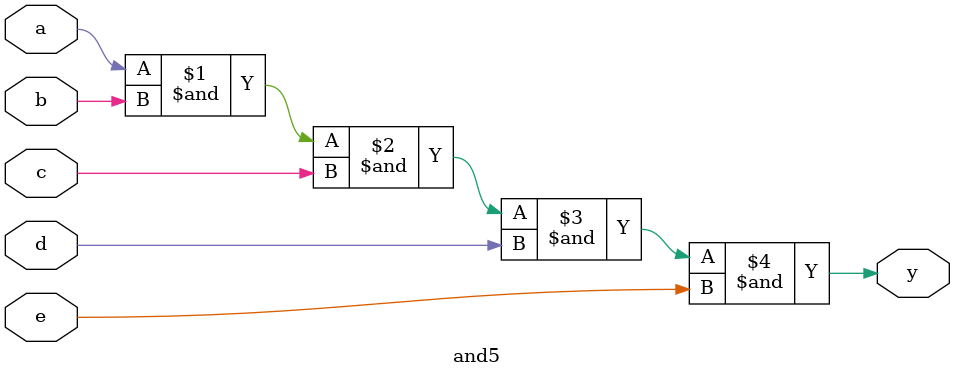
<source format=v>
module and5 (
    input a, b, c, d, e,
    output y
);

assign y = a & b & c & d & e;

endmodule
</source>
